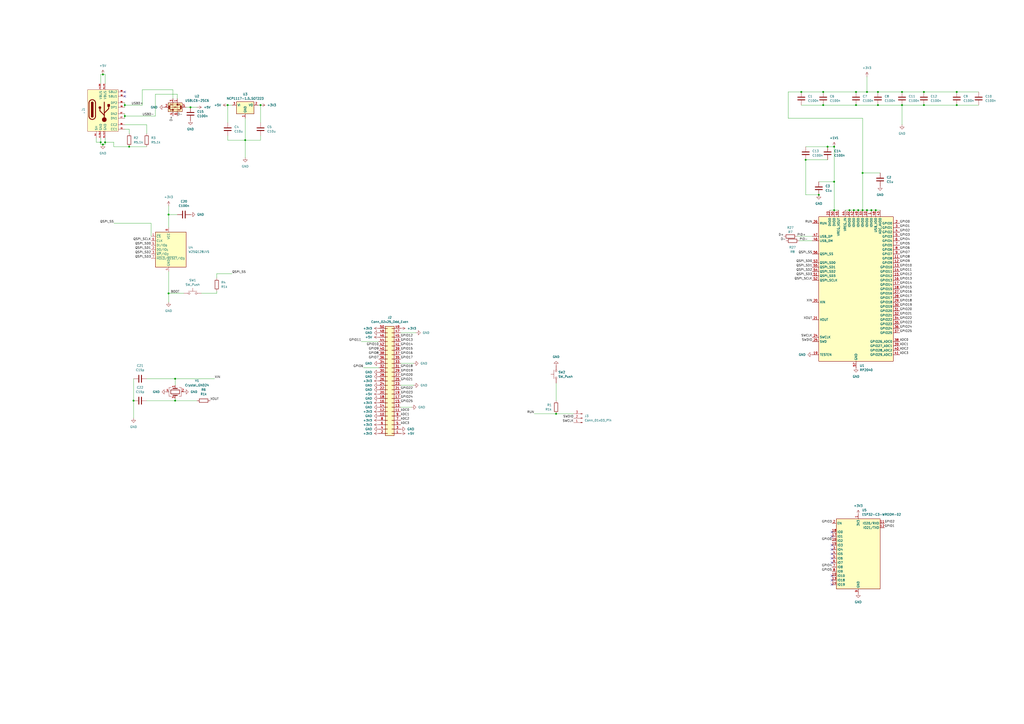
<source format=kicad_sch>
(kicad_sch (version 20250114) (generator "eeschema") (generator_version "9.0")
  (paper "A2")
  (lib_symbols
    (symbol "CUSTOM_MCU:RP2040"
      (property "Reference" "U" (at 17.78 45.72 0))
      (property "Value" "RP2040" (at 17.78 43.18 0))
      (symbol "RP2040_1_1"
        (pin input line (at -25.4 38.1 0) (length 3.81) (name "RUN") (number "26"))
        (pin bidirectional line (at -25.4 30.48 0) (length 3.81) (name "USB_DP") (number "47"))
        (pin bidirectional line (at -25.4 27.94 0) (length 3.81) (name "USB_DM") (number "46"))
        (pin bidirectional line (at -25.4 20.32 0) (length 3.81) (name "QSPI_SS") (number "56"))
        (pin bidirectional line (at -25.4 15.24 0) (length 3.81) (name "QSPI_SD0") (number "53"))
        (pin bidirectional line (at -25.4 12.7 0) (length 3.81) (name "QSPI_SD1") (number "55"))
        (pin bidirectional line (at -25.4 10.16 0) (length 3.81) (name "QSPI_SD2") (number "54"))
        (pin bidirectional line (at -25.4 7.62 0) (length 3.81) (name "QSPI_SD3") (number "51"))
        (pin output line (at -25.4 5.08 0) (length 3.81) (name "QSPI_SCLK") (number "52"))
        (pin input line (at -25.4 -7.62 0) (length 3.81) (name "XIN") (number "20"))
        (pin passive line (at -25.4 -17.78 0) (length 3.81) (name "XOUT") (number "21"))
        (pin input line (at -25.4 -27.94 0) (length 3.81) (name "SWCLK") (number "24"))
        (pin bidirectional line (at -25.4 -30.48 0) (length 3.81) (name "SWD") (number "25"))
        (pin input line (at -25.4 -38.1 0) (length 3.81) (name "TESTEN") (number "19"))
        (pin power_in line (at -15.24 45.72 270) (length 3.81) (name "DVDD") (number "23"))
        (pin power_in line (at -12.7 45.72 270) (length 3.81) (name "DVDD") (number "50"))
        (pin power_out line (at -10.16 45.72 270) (length 3.81) (name "VREG_VOUT") (number "45"))
        (pin power_in line (at -6.35 45.72 270) (length 3.81) (name "VREG_IN") (number "44"))
        (pin power_in line (at -3.81 45.72 270) (length 3.81) (name "IOVDD") (number "22"))
        (pin power_in line (at -1.27 45.72 270) (length 3.81) (name "IOVDD") (number "42"))
        (pin power_in line (at 0 -45.72 90) (length 3.81) (name "GND") (number "57"))
        (pin power_in line (at 1.27 45.72 270) (length 3.81) (name "IOVDD") (number "49"))
        (pin power_in line (at 3.81 45.72 270) (length 3.81) (name "IOVDD") (number "33"))
        (pin power_in line (at 6.35 45.72 270) (length 3.81) (name "IOVDD") (number "10"))
        (pin power_in line (at 8.89 45.72 270) (length 3.81) (name "IOVDD") (number "1"))
        (pin power_in line (at 11.43 45.72 270) (length 3.81) (name "USB_VDD") (number "48"))
        (pin power_in line (at 13.97 45.72 270) (length 3.81) (name "ADC_AVDD") (number "43"))
        (pin bidirectional line (at 25.4 38.1 180) (length 3.81) (name "GPIO0") (number "2"))
        (pin bidirectional line (at 25.4 35.56 180) (length 3.81) (name "GPIO1") (number "3"))
        (pin bidirectional line (at 25.4 33.02 180) (length 3.81) (name "GPIO2") (number "4"))
        (pin bidirectional line (at 25.4 30.48 180) (length 3.81) (name "GPIO3") (number "5"))
        (pin bidirectional line (at 25.4 27.94 180) (length 3.81) (name "GPIO4") (number "6"))
        (pin bidirectional line (at 25.4 25.4 180) (length 3.81) (name "GPIO5") (number "7"))
        (pin bidirectional line (at 25.4 22.86 180) (length 3.81) (name "GPIO6") (number "8"))
        (pin bidirectional line (at 25.4 20.32 180) (length 3.81) (name "GPIO7") (number "9"))
        (pin bidirectional line (at 25.4 17.78 180) (length 3.81) (name "GPIO8") (number "11"))
        (pin bidirectional line (at 25.4 15.24 180) (length 3.81) (name "GPIO9") (number "12"))
        (pin bidirectional line (at 25.4 12.7 180) (length 3.81) (name "GPIO10") (number "13"))
        (pin bidirectional line (at 25.4 10.16 180) (length 3.81) (name "GPIO11") (number "14"))
        (pin bidirectional line (at 25.4 7.62 180) (length 3.81) (name "GPIO12") (number "15"))
        (pin bidirectional line (at 25.4 5.08 180) (length 3.81) (name "GPIO13") (number "16"))
        (pin bidirectional line (at 25.4 2.54 180) (length 3.81) (name "GPIO14") (number "17"))
        (pin bidirectional line (at 25.4 0 180) (length 3.81) (name "GPIO15") (number "18"))
        (pin bidirectional line (at 25.4 -2.54 180) (length 3.81) (name "GPIO16") (number "27"))
        (pin bidirectional line (at 25.4 -5.08 180) (length 3.81) (name "GPIO17") (number "28"))
        (pin bidirectional line (at 25.4 -7.62 180) (length 3.81) (name "GPIO18") (number "29"))
        (pin bidirectional line (at 25.4 -10.16 180) (length 3.81) (name "GPIO19") (number "30"))
        (pin bidirectional line (at 25.4 -12.7 180) (length 3.81) (name "GPIO20") (number "31"))
        (pin bidirectional line (at 25.4 -15.24 180) (length 3.81) (name "GPIO21") (number "32"))
        (pin bidirectional line (at 25.4 -17.78 180) (length 3.81) (name "GPIO22") (number "34"))
        (pin bidirectional line (at 25.4 -20.32 180) (length 3.81) (name "GPIO23") (number "35"))
        (pin bidirectional line (at 25.4 -22.86 180) (length 3.81) (name "GPIO24") (number "36"))
        (pin bidirectional line (at 25.4 -25.4 180) (length 3.81) (name "GPIO25") (number "37"))
        (pin bidirectional line (at 25.4 -30.48 180) (length 3.81) (name "GPIO26_ADC0") (number "38"))
        (pin bidirectional line (at 25.4 -33.02 180) (length 3.81) (name "GPIO27_ADC1") (number "39"))
        (pin bidirectional line (at 25.4 -35.56 180) (length 3.81) (name "GPIO28_ADC2") (number "40"))
        (pin bidirectional line (at 25.4 -38.1 180) (length 3.81) (name "GPIO29_ADC3") (number "41"))
      )
    )
    (symbol "CUSTOM_USB:Korean_Hroparts_Elec_-_Type_C_31_M_12_-_16P_-_USB_2.0"
      (property "Reference" "J" (at 12.192 4.826 0))
      (symbol "Korean_Hroparts_Elec_-_Type_C_31_M_12_-_16P_-_USB_2.0_1_1"
        (pin input line (at -3.81 -20.32 90) (length 3.81) (name "SH") (number "SH"))
        (pin bidirectional line (at -1.27 11.43 270) (length 3.81) (name "VBUS") (number "A4/B9"))
        (pin bidirectional line (at -1.27 -20.32 90) (length 3.81) (name "GND") (number "A1/B12"))
        (pin bidirectional line (at 1.27 11.43 270) (length 3.81) (name "VBUS") (number "B4/A9"))
        (pin bidirectional line (at 1.27 -20.32 90) (length 3.81) (name "GND") (number "B1/A12"))
        (pin bidirectional line (at 12.7 6.35 180) (length 3.81) (name "SBU2") (number "B8"))
        (pin bidirectional line (at 12.7 3.81 180) (length 3.81) (name "SBU1") (number "A8"))
        (pin bidirectional line (at 12.7 0 180) (length 3.81) (name "DP2") (number "B6"))
        (pin bidirectional line (at 12.7 -2.54 180) (length 3.81) (name "DP1") (number "A6"))
        (pin bidirectional line (at 12.7 -6.35 180) (length 3.81) (name "DN2") (number "B7"))
        (pin bidirectional line (at 12.7 -8.89 180) (length 3.81) (name "DN1") (number "A7"))
        (pin bidirectional line (at 12.7 -12.7 180) (length 3.81) (name "CC2") (number "B5"))
        (pin bidirectional line (at 12.7 -15.24 180) (length 3.81) (name "CC1") (number "A5"))
      )
    )
    (symbol "Connector:Conn_01x03_Pin" (pin_names (offset 1.016) (hide yes))
      (property "Reference" "J" (at 0 5.08 0))
      (property "Value" "Conn_01x03_Pin" (at 0 -5.08 0))
      (symbol "Conn_01x03_Pin_1_1"
        (pin passive line (at 5.08 2.54 180) (length 3.81) (name "Pin_1") (number "1"))
        (pin passive line (at 5.08 0 180) (length 3.81) (name "Pin_2") (number "2"))
        (pin passive line (at 5.08 -2.54 180) (length 3.81) (name "Pin_3") (number "3"))
      )
    )
    (symbol "Connector_Generic:Conn_02x25_Odd_Even" (pin_names (offset 1.016) (hide yes))
      (property "Reference" "J" (at 1.27 33.02 0))
      (property "Value" "Conn_02x25_Odd_Even" (at 1.27 -33.02 0))
      (symbol "Conn_02x25_Odd_Even_1_1"
        (pin passive line (at -5.08 30.48 0) (length 3.81) (name "Pin_1") (number "1"))
        (pin passive line (at -5.08 27.94 0) (length 3.81) (name "Pin_3") (number "3"))
        (pin passive line (at -5.08 25.4 0) (length 3.81) (name "Pin_5") (number "5"))
        (pin passive line (at -5.08 22.86 0) (length 3.81) (name "Pin_7") (number "7"))
        (pin passive line (at -5.08 20.32 0) (length 3.81) (name "Pin_9") (number "9"))
        (pin passive line (at -5.08 17.78 0) (length 3.81) (name "Pin_11") (number "11"))
        (pin passive line (at -5.08 15.24 0) (length 3.81) (name "Pin_13") (number "13"))
        (pin passive line (at -5.08 12.7 0) (length 3.81) (name "Pin_15") (number "15"))
        (pin passive line (at -5.08 10.16 0) (length 3.81) (name "Pin_17") (number "17"))
        (pin passive line (at -5.08 7.62 0) (length 3.81) (name "Pin_19") (number "19"))
        (pin passive line (at -5.08 5.08 0) (length 3.81) (name "Pin_21") (number "21"))
        (pin passive line (at -5.08 2.54 0) (length 3.81) (name "Pin_23") (number "23"))
        (pin passive line (at -5.08 0 0) (length 3.81) (name "Pin_25") (number "25"))
        (pin passive line (at -5.08 -2.54 0) (length 3.81) (name "Pin_27") (number "27"))
        (pin passive line (at -5.08 -5.08 0) (length 3.81) (name "Pin_29") (number "29"))
        (pin passive line (at -5.08 -7.62 0) (length 3.81) (name "Pin_31") (number "31"))
        (pin passive line (at -5.08 -10.16 0) (length 3.81) (name "Pin_33") (number "33"))
        (pin passive line (at -5.08 -12.7 0) (length 3.81) (name "Pin_35") (number "35"))
        (pin passive line (at -5.08 -15.24 0) (length 3.81) (name "Pin_37") (number "37"))
        (pin passive line (at -5.08 -17.78 0) (length 3.81) (name "Pin_39") (number "39"))
        (pin passive line (at -5.08 -20.32 0) (length 3.81) (name "Pin_41") (number "41"))
        (pin passive line (at -5.08 -22.86 0) (length 3.81) (name "Pin_43") (number "43"))
        (pin passive line (at -5.08 -25.4 0) (length 3.81) (name "Pin_45") (number "45"))
        (pin passive line (at -5.08 -27.94 0) (length 3.81) (name "Pin_47") (number "47"))
        (pin passive line (at -5.08 -30.48 0) (length 3.81) (name "Pin_49") (number "49"))
        (pin passive line (at 7.62 30.48 180) (length 3.81) (name "Pin_2") (number "2"))
        (pin passive line (at 7.62 27.94 180) (length 3.81) (name "Pin_4") (number "4"))
        (pin passive line (at 7.62 25.4 180) (length 3.81) (name "Pin_6") (number "6"))
        (pin passive line (at 7.62 22.86 180) (length 3.81) (name "Pin_8") (number "8"))
        (pin passive line (at 7.62 20.32 180) (length 3.81) (name "Pin_10") (number "10"))
        (pin passive line (at 7.62 17.78 180) (length 3.81) (name "Pin_12") (number "12"))
        (pin passive line (at 7.62 15.24 180) (length 3.81) (name "Pin_14") (number "14"))
        (pin passive line (at 7.62 12.7 180) (length 3.81) (name "Pin_16") (number "16"))
        (pin passive line (at 7.62 10.16 180) (length 3.81) (name "Pin_18") (number "18"))
        (pin passive line (at 7.62 7.62 180) (length 3.81) (name "Pin_20") (number "20"))
        (pin passive line (at 7.62 5.08 180) (length 3.81) (name "Pin_22") (number "22"))
        (pin passive line (at 7.62 2.54 180) (length 3.81) (name "Pin_24") (number "24"))
        (pin passive line (at 7.62 0 180) (length 3.81) (name "Pin_26") (number "26"))
        (pin passive line (at 7.62 -2.54 180) (length 3.81) (name "Pin_28") (number "28"))
        (pin passive line (at 7.62 -5.08 180) (length 3.81) (name "Pin_30") (number "30"))
        (pin passive line (at 7.62 -7.62 180) (length 3.81) (name "Pin_32") (number "32"))
        (pin passive line (at 7.62 -10.16 180) (length 3.81) (name "Pin_34") (number "34"))
        (pin passive line (at 7.62 -12.7 180) (length 3.81) (name "Pin_36") (number "36"))
        (pin passive line (at 7.62 -15.24 180) (length 3.81) (name "Pin_38") (number "38"))
        (pin passive line (at 7.62 -17.78 180) (length 3.81) (name "Pin_40") (number "40"))
        (pin passive line (at 7.62 -20.32 180) (length 3.81) (name "Pin_42") (number "42"))
        (pin passive line (at 7.62 -22.86 180) (length 3.81) (name "Pin_44") (number "44"))
        (pin passive line (at 7.62 -25.4 180) (length 3.81) (name "Pin_46") (number "46"))
        (pin passive line (at 7.62 -27.94 180) (length 3.81) (name "Pin_48") (number "48"))
        (pin passive line (at 7.62 -30.48 180) (length 3.81) (name "Pin_50") (number "50"))
      )
    )
    (symbol "Device:C" (pin_numbers (hide yes)) (pin_names (offset 0.254))
      (property "Reference" "C" (at 0.635 2.54 0))
      (property "Value" "C" (at 0.635 -2.54 0))
      (symbol "C_1_1"
        (pin passive line (at 0 3.81 270) (length 2.794) (name "~") (number "1"))
        (pin passive line (at 0 -3.81 90) (length 2.794) (name "~") (number "2"))
      )
    )
    (symbol "Device:Crystal_GND24" (pin_names (offset 1.016) (hide yes))
      (property "Reference" "Y" (at 3.175 5.08 0))
      (property "Value" "Crystal_GND24" (at 3.175 3.175 0))
      (symbol "Crystal_GND24_1_1"
        (pin passive line (at -3.81 0 0) (length 1.27) (name "1") (number "1"))
        (pin passive line (at 0 5.08 270) (length 1.27) (name "2") (number "2"))
        (pin passive line (at 0 -5.08 90) (length 1.27) (name "4") (number "4"))
        (pin passive line (at 3.81 0 180) (length 1.27) (name "3") (number "3"))
      )
    )
    (symbol "Device:R" (pin_numbers (hide yes)) (pin_names (offset 0))
      (property "Reference" "R" (at 2.032 0 90))
      (property "Value" "R" (at 0 0 90))
      (symbol "R_1_1"
        (pin passive line (at 0 3.81 270) (length 1.27) (name "~") (number "1"))
        (pin passive line (at 0 -3.81 90) (length 1.27) (name "~") (number "2"))
      )
    )
    (symbol "Memory_Flash:W25Q128JVS"
      (property "Reference" "U" (at -6.35 11.43 0))
      (property "Value" "W25Q128JVS" (at 7.62 11.43 0))
      (symbol "W25Q128JVS_1_1"
        (pin input line (at -10.16 7.62 0) (length 2.54) (name "~{CS}") (number "1"))
        (pin input line (at -10.16 5.08 0) (length 2.54) (name "CLK") (number "6"))
        (pin bidirectional line (at -10.16 2.54 0) (length 2.54) (name "DI/IO_{0}") (number "5"))
        (pin bidirectional line (at -10.16 0 0) (length 2.54) (name "DO/IO_{1}") (number "2"))
        (pin bidirectional line (at -10.16 -2.54 0) (length 2.54) (name "~{WP}/IO_{2}") (number "3"))
        (pin bidirectional line (at -10.16 -5.08 0) (length 2.54) (name "~{HOLD}/~{RESET}/IO_{3}") (number "7"))
        (pin power_in line (at 0 12.7 270) (length 2.54) (name "VCC") (number "8"))
        (pin power_in line (at 0 -12.7 90) (length 2.54) (name "GND") (number "4"))
      )
    )
    (symbol "Power_Protection:USBLC6-2SC6" (pin_names (hide yes))
      (property "Reference" "U" (at 0.635 5.715 0))
      (property "Value" "USBLC6-2SC6" (at 0.635 3.81 0))
      (symbol "USBLC6-2SC6_1_1"
        (pin passive line (at -5.08 0 0) (length 2.54) (name "I/O1") (number "1"))
        (pin passive line (at -5.08 -2.54 0) (length 2.54) (name "I/O2") (number "3"))
        (pin passive line (at 0 5.08 270) (length 2.54) (name "VBUS") (number "5"))
        (pin passive line (at 0 -7.62 90) (length 2.54) (name "GND") (number "2"))
        (pin passive line (at 5.08 0 180) (length 2.54) (name "I/O1") (number "6"))
        (pin passive line (at 5.08 -2.54 180) (length 2.54) (name "I/O2") (number "4"))
      )
    )
    (symbol "RF_Module:ESP32-C3-WROOM-02"
      (property "Reference" "U" (at -12.192 21.336 0))
      (property "Value" "ESP32-C3-WROOM-02" (at 12.192 21.336 0))
      (symbol "ESP32-C3-WROOM-02_1_1"
        (pin input line (at -15.24 17.78 0) (length 2.54) (name "EN") (number "2"))
        (pin bidirectional line (at -15.24 12.7 0) (length 2.54) (name "IO0") (number "18"))
        (pin bidirectional line (at -15.24 10.16 0) (length 2.54) (name "IO1") (number "17"))
        (pin bidirectional line (at -15.24 7.62 0) (length 2.54) (name "IO2") (number "16"))
        (pin bidirectional line (at -15.24 5.08 0) (length 2.54) (name "IO3") (number "15"))
        (pin bidirectional line (at -15.24 2.54 0) (length 2.54) (name "IO4") (number "3"))
        (pin bidirectional line (at -15.24 0 0) (length 2.54) (name "IO5") (number "4"))
        (pin bidirectional line (at -15.24 -2.54 0) (length 2.54) (name "IO6") (number "5"))
        (pin bidirectional line (at -15.24 -5.08 0) (length 2.54) (name "IO7") (number "6"))
        (pin bidirectional line (at -15.24 -7.62 0) (length 2.54) (name "IO8") (number "7"))
        (pin bidirectional line (at -15.24 -10.16 0) (length 2.54) (name "IO9") (number "8"))
        (pin bidirectional line (at -15.24 -12.7 0) (length 2.54) (name "IO10") (number "10"))
        (pin bidirectional line (at -15.24 -15.24 0) (length 2.54) (name "IO18") (number "13"))
        (pin bidirectional line (at -15.24 -17.78 0) (length 2.54) (name "IO19") (number "14"))
        (pin power_in line (at 0 22.86 270) (length 2.54) (name "3V3") (number "1"))
        (pin passive line (at 0 -22.86 90) (length 2.54) (hide yes) (name "GND") (number "19"))
        (pin power_in line (at 0 -22.86 90) (length 2.54) (name "GND") (number "9"))
        (pin bidirectional line (at 15.24 17.78 180) (length 2.54) (name "IO20/RXD") (number "11"))
        (pin bidirectional line (at 15.24 15.24 180) (length 2.54) (name "IO21/TXD") (number "12"))
      )
    )
    (symbol "Regulator_Linear:NCP1117-1.5_SOT223"
      (property "Reference" "U" (at -3.81 3.175 0))
      (property "Value" "NCP1117-1.5_SOT223" (at 0 3.175 0))
      (symbol "NCP1117-1.5_SOT223_1_1"
        (pin power_in line (at -7.62 0 0) (length 2.54) (name "VI") (number "3"))
        (pin power_in line (at 0 -7.62 90) (length 2.54) (name "GND") (number "1"))
        (pin power_out line (at 7.62 0 180) (length 2.54) (name "VO") (number "2"))
      )
    )
    (symbol "Switch:SW_Push" (pin_numbers (hide yes)) (pin_names (offset 1.016) (hide yes))
      (property "Reference" "SW" (at 1.27 2.54 0))
      (property "Value" "SW_Push" (at 0 -1.524 0))
      (symbol "SW_Push_0_1"
        (pin passive line (at -5.08 0 0) (length 2.54) (name "1") (number "1"))
        (pin passive line (at 5.08 0 180) (length 2.54) (name "2") (number "2"))
      )
    )
    (symbol "power:+1V1" (power) (pin_numbers (hide yes)) (pin_names (offset 0) (hide yes))
      (property "Value" "+1V1" (at 0 3.556 0))
      (symbol "+1V1_1_1"
        (pin power_in line (at 0 0 90) (length 0) (name "~") (number "1"))
      )
    )
    (symbol "power:+3V3" (power) (pin_numbers (hide yes)) (pin_names (offset 0) (hide yes))
      (property "Value" "+3V3" (at 0 3.556 0))
      (symbol "+3V3_1_1"
        (pin power_in line (at 0 0 90) (length 0) (name "~") (number "1"))
      )
    )
    (symbol "power:+5V" (power) (pin_numbers (hide yes)) (pin_names (offset 0) (hide yes))
      (property "Value" "+5V" (at 0 3.556 0))
      (symbol "+5V_1_1"
        (pin power_in line (at 0 0 90) (length 0) (name "~") (number "1"))
      )
    )
    (symbol "power:GND" (power) (pin_numbers (hide yes)) (pin_names (offset 0) (hide yes))
      (property "Value" "GND" (at 0 -3.81 0))
      (symbol "GND_1_1"
        (pin power_in line (at 0 0 270) (length 0) (name "~") (number "1"))
      )
    )
  )
  (junction (at 492.76 121.92))
  (junction (at 60.96 82.55))
  (junction (at 535.94 60.96))
  (junction (at 535.94 53.34))
  (junction (at 509.27 53.34))
  (junction (at 495.3 121.92))
  (junction (at 72.39 60.96))
  (junction (at 77.47 232.41))
  (junction (at 554.99 60.96))
  (junction (at 477.52 53.34))
  (junction (at 132.08 60.96))
  (junction (at 496.57 53.34))
  (junction (at 59.69 43.18))
  (junction (at 97.79 170.18))
  (junction (at 554.99 53.34))
  (junction (at 523.24 60.96))
  (junction (at 500.38 121.92))
  (junction (at 508 121.92))
  (junction (at 74.93 85.09))
  (junction (at 101.6 232.41))
  (junction (at 467.36 92.71))
  (junction (at 477.52 60.96))
  (junction (at 502.92 121.92))
  (junction (at 464.82 53.34))
  (junction (at 101.6 219.71))
  (junction (at 483.87 105.41))
  (junction (at 474.98 113.03))
  (junction (at 59.69 83.82))
  (junction (at 142.24 81.28))
  (junction (at 523.24 53.34))
  (junction (at 480.06 85.09))
  (junction (at 509.27 60.96))
  (junction (at 58.42 82.55))
  (junction (at 322.58 240.03))
  (junction (at 151.13 60.96))
  (junction (at 500.38 100.33))
  (junction (at 97.79 124.46))
  (junction (at 496.57 60.96))
  (junction (at 497.84 121.92))
  (junction (at 505.46 121.92))
  (junction (at 72.39 67.31))
  (junction (at 502.92 53.34))
  (junction (at 483.87 85.09))
  (junction (at 110.49 62.23))
  (junction (at 483.87 121.92))
  (no_connect (at 482.6 336.55))
  (no_connect (at 482.6 308.61))
  (no_connect (at 482.6 326.39))
  (no_connect (at 482.6 323.85))
  (no_connect (at 482.6 334.01))
  (no_connect (at 482.6 339.09))
  (no_connect (at 482.6 311.15))
  (no_connect (at 482.6 321.31))
  (no_connect (at 72.39 53.34))
  (no_connect (at 72.39 55.88))
  (no_connect (at 482.6 318.77))
  (no_connect (at 482.6 316.23))
  (wire (pts (xy 481.33 121.92) (xy 483.87 121.92)))
  (wire (pts (xy 72.39 59.69) (xy 72.39 60.96)))
  (wire (pts (xy 500.38 121.92) (xy 500.38 100.33)))
  (wire (pts (xy 82.55 52.07) (xy 100.33 52.07)))
  (wire (pts (xy 502.92 44.45) (xy 502.92 53.34)))
  (wire (pts (xy 90.17 54.61) (xy 90.17 67.31)))
  (wire (pts (xy 464.82 53.34) (xy 477.52 53.34)))
  (wire (pts (xy 60.96 83.82) (xy 59.69 83.82)))
  (wire (pts (xy 55.88 82.55) (xy 58.42 82.55)))
  (wire (pts (xy 509.27 60.96) (xy 523.24 60.96)))
  (wire (pts (xy 66.04 85.09) (xy 66.04 82.55)))
  (wire (pts (xy 483.87 121.92) (xy 486.41 121.92)))
  (wire (pts (xy 101.6 232.41) (xy 114.3 232.41)))
  (wire (pts (xy 151.13 78.74) (xy 151.13 81.28)))
  (wire (pts (xy 508 121.92) (xy 510.54 121.92)))
  (wire (pts (xy 97.79 175.26) (xy 97.79 170.18)))
  (wire (pts (xy 500.38 100.33) (xy 500.38 68.58)))
  (wire (pts (xy 554.99 53.34) (xy 567.69 53.34)))
  (wire (pts (xy 58.42 83.82) (xy 59.69 83.82)))
  (wire (pts (xy 85.09 232.41) (xy 101.6 232.41)))
  (wire (pts (xy 101.6 231.14) (xy 101.6 232.41)))
  (wire (pts (xy 497.84 121.92) (xy 500.38 121.92)))
  (wire (pts (xy 477.52 60.96) (xy 496.57 60.96)))
  (wire (pts (xy 210.82 213.36) (xy 219.71 213.36)))
  (wire (pts (xy 483.87 85.09) (xy 480.06 85.09)))
  (wire (pts (xy 66.04 82.55) (xy 60.96 82.55)))
  (wire (pts (xy 72.39 67.31) (xy 72.39 68.58)))
  (wire (pts (xy 467.36 85.09) (xy 480.06 85.09)))
  (wire (pts (xy 464.82 60.96) (xy 477.52 60.96)))
  (wire (pts (xy 77.47 219.71) (xy 77.47 232.41)))
  (wire (pts (xy 72.39 74.93) (xy 74.93 74.93)))
  (wire (pts (xy 483.87 105.41) (xy 483.87 85.09)))
  (wire (pts (xy 85.09 72.39) (xy 85.09 77.47)))
  (wire (pts (xy 72.39 67.31) (xy 90.17 67.31)))
  (wire (pts (xy 322.58 232.41) (xy 322.58 222.25)))
  (wire (pts (xy 72.39 60.96) (xy 72.39 62.23)))
  (wire (pts (xy 495.3 121.92) (xy 497.84 121.92)))
  (wire (pts (xy 309.88 240.03) (xy 322.58 240.03)))
  (wire (pts (xy 85.09 219.71) (xy 101.6 219.71)))
  (wire (pts (xy 74.93 74.93) (xy 74.93 77.47)))
  (wire (pts (xy 60.96 43.18) (xy 60.96 48.26)))
  (wire (pts (xy 101.6 219.71) (xy 124.46 219.71)))
  (wire (pts (xy 471.17 139.7) (xy 463.55 139.7)))
  (wire (pts (xy 102.87 54.61) (xy 102.87 57.15)))
  (wire (pts (xy 554.99 53.34) (xy 535.94 53.34)))
  (wire (pts (xy 232.41 193.04) (xy 241.3 193.04)))
  (wire (pts (xy 132.08 81.28) (xy 142.24 81.28)))
  (wire (pts (xy 490.22 121.92) (xy 492.76 121.92)))
  (wire (pts (xy 492.76 121.92) (xy 495.3 121.92)))
  (wire (pts (xy 132.08 78.74) (xy 132.08 81.28)))
  (wire (pts (xy 101.6 219.71) (xy 101.6 223.52)))
  (wire (pts (xy 467.36 92.71) (xy 480.06 92.71)))
  (wire (pts (xy 125.73 158.75) (xy 134.62 158.75)))
  (wire (pts (xy 132.08 71.12) (xy 132.08 60.96)))
  (wire (pts (xy 125.73 161.29) (xy 125.73 158.75)))
  (wire (pts (xy 483.87 105.41) (xy 474.98 105.41)))
  (wire (pts (xy 500.38 121.92) (xy 502.92 121.92)))
  (wire (pts (xy 60.96 82.55) (xy 60.96 83.82)))
  (wire (pts (xy 100.33 52.07) (xy 100.33 57.15)))
  (wire (pts (xy 483.87 121.92) (xy 483.87 105.41)))
  (wire (pts (xy 209.55 198.12) (xy 219.71 198.12)))
  (wire (pts (xy 87.63 137.16) (xy 87.63 129.54)))
  (wire (pts (xy 142.24 81.28) (xy 142.24 68.58)))
  (wire (pts (xy 500.38 100.33) (xy 510.54 100.33)))
  (wire (pts (xy 58.42 82.55) (xy 58.42 83.82)))
  (wire (pts (xy 149.86 60.96) (xy 151.13 60.96)))
  (wire (pts (xy 496.57 53.34) (xy 477.52 53.34)))
  (wire (pts (xy 496.57 53.34) (xy 502.92 53.34)))
  (wire (pts (xy 505.46 121.92) (xy 508 121.92)))
  (wire (pts (xy 60.96 80.01) (xy 60.96 82.55)))
  (wire (pts (xy 232.41 223.52) (xy 240.03 223.52)))
  (wire (pts (xy 97.79 170.18) (xy 106.68 170.18)))
  (wire (pts (xy 467.36 92.71) (xy 467.36 113.03)))
  (wire (pts (xy 97.79 170.18) (xy 97.79 157.48)))
  (wire (pts (xy 97.79 124.46) (xy 102.87 124.46)))
  (wire (pts (xy 110.49 62.23) (xy 114.3 62.23)))
  (wire (pts (xy 151.13 81.28) (xy 142.24 81.28)))
  (wire (pts (xy 509.27 53.34) (xy 523.24 53.34)))
  (wire (pts (xy 457.2 68.58) (xy 457.2 53.34)))
  (wire (pts (xy 232.41 210.82) (xy 240.03 210.82)))
  (wire (pts (xy 500.38 68.58) (xy 457.2 68.58)))
  (wire (pts (xy 58.42 43.18) (xy 59.69 43.18)))
  (wire (pts (xy 90.17 54.61) (xy 102.87 54.61)))
  (wire (pts (xy 77.47 232.41) (xy 77.47 242.57)))
  (wire (pts (xy 72.39 60.96) (xy 82.55 60.96)))
  (wire (pts (xy 97.79 119.38) (xy 97.79 124.46)))
  (wire (pts (xy 97.79 124.46) (xy 97.79 132.08)))
  (wire (pts (xy 66.04 129.54) (xy 87.63 129.54)))
  (wire (pts (xy 125.73 168.91) (xy 125.73 170.18)))
  (wire (pts (xy 523.24 60.96) (xy 523.24 72.39)))
  (wire (pts (xy 82.55 60.96) (xy 82.55 52.07)))
  (wire (pts (xy 72.39 72.39) (xy 85.09 72.39)))
  (wire (pts (xy 502.92 121.92) (xy 505.46 121.92)))
  (wire (pts (xy 72.39 66.04) (xy 72.39 67.31)))
  (wire (pts (xy 132.08 60.96) (xy 134.62 60.96)))
  (wire (pts (xy 535.94 60.96) (xy 554.99 60.96)))
  (wire (pts (xy 55.88 80.01) (xy 55.88 82.55)))
  (wire (pts (xy 59.69 43.18) (xy 60.96 43.18)))
  (wire (pts (xy 554.99 60.96) (xy 567.69 60.96)))
  (wire (pts (xy 142.24 91.44) (xy 142.24 81.28)))
  (wire (pts (xy 457.2 53.34) (xy 464.82 53.34)))
  (wire (pts (xy 496.57 60.96) (xy 509.27 60.96)))
  (wire (pts (xy 58.42 80.01) (xy 58.42 82.55)))
  (wire (pts (xy 58.42 48.26) (xy 58.42 43.18)))
  (wire (pts (xy 523.24 60.96) (xy 535.94 60.96)))
  (wire (pts (xy 238.76 236.22) (xy 232.41 236.22)))
  (wire (pts (xy 467.36 113.03) (xy 474.98 113.03)))
  (wire (pts (xy 471.17 137.16) (xy 462.28 137.16)))
  (wire (pts (xy 107.95 62.23) (xy 110.49 62.23)))
  (wire (pts (xy 125.73 170.18) (xy 116.84 170.18)))
  (wire (pts (xy 502.92 53.34) (xy 509.27 53.34)))
  (wire (pts (xy 151.13 60.96) (xy 151.13 71.12)))
  (wire (pts (xy 322.58 240.03) (xy 332.74 240.03)))
  (wire (pts (xy 74.93 85.09) (xy 66.04 85.09)))
  (wire (pts (xy 523.24 53.34) (xy 535.94 53.34)))
  (wire (pts (xy 74.93 85.09) (xy 85.09 85.09)))
  (label "GPIO13" (at 521.97 162.56 0))
  (label "GPIO17" (at 521.97 172.72 0))
  (label "GPIO10" (at 219.71 200.66 180))
  (label "GPIO19" (at 232.41 215.9 0))
  (label "GPIO0" (at 482.6 313.69 180))
  (label "ADC3" (at 521.97 205.74 0))
  (label "GPIO15" (at 232.41 203.2 0))
  (label "RUN" (at 309.88 240.03 180))
  (label "GPIO1" (at 521.97 132.08 0))
  (label "GPIO6" (at 521.97 144.78 0))
  (label "GPIO22" (at 232.41 226.06 0))
  (label "ADC2" (at 232.41 243.84 0))
  (label "GPIO13" (at 232.41 198.12 0))
  (label "GPIO4" (at 521.97 139.7 0))
  (label "ADC1" (at 232.41 241.3 0))
  (label "GPIO10" (at 521.97 154.94 0))
  (label "SWCLK" (at 332.74 245.11 180))
  (label "D-" (at 102.87 67.31 0))
  (label "GPIO23" (at 232.41 228.6 0))
  (label "GPIO8" (at 521.97 149.86 0))
  (label "GPIO9" (at 521.97 152.4 0))
  (label "GPIO7" (at 219.71 208.28 180))
  (label "GPIO22" (at 521.97 185.42 0))
  (label "XIN" (at 471.17 175.26 180))
  (label "GPIO11" (at 521.97 157.48 0))
  (label "PID-" (at 468.63 139.7 180))
  (label "QSPI_SCLK" (at 471.17 162.56 180))
  (label "GPIO24" (at 232.41 231.14 0))
  (label "ADC1" (at 521.97 200.66 0))
  (label "GPIO12" (at 521.97 160.02 0))
  (label "GPIO14" (at 521.97 165.1 0))
  (label "QSPI_SS" (at 471.17 147.32 180))
  (label "QSPI_SS" (at 66.04 129.54 180))
  (label "GPIO3" (at 482.6 303.53 180))
  (label "D+" (at 100.33 67.31 270))
  (label "SWDIO" (at 332.74 242.57 180))
  (label "GPIO3" (at 521.97 137.16 0))
  (label "XOUT" (at 121.92 232.41 0))
  (label "GPIO20" (at 232.41 218.44 0))
  (label "QSPI_SD3" (at 471.17 160.02 180))
  (label "QSPI_SD0" (at 87.63 142.24 180))
  (label "QSPI_SD3" (at 87.63 149.86 180))
  (label "USBD+" (at 76.2 60.96 0))
  (label "PID+" (at 467.36 137.16 180))
  (label "GPIO8" (at 219.71 205.74 180))
  (label "GPIO16" (at 232.41 205.74 0))
  (label "XIN" (at 124.46 219.71 0))
  (label "SWCLK" (at 471.17 195.58 180))
  (label "GPIO4" (at 482.6 328.93 180))
  (label "GPIO21" (at 521.97 182.88 0))
  (label "GPIO15" (at 521.97 167.64 0))
  (label "QSPI_SD1" (at 87.63 144.78 180))
  (label "GPIO6" (at 210.82 213.36 180))
  (label "QSPI_SD1" (at 471.17 154.94 180))
  (label "GPIO25" (at 521.97 193.04 0))
  (label "GPIO9" (at 219.71 203.2 180))
  (label "GPIO2" (at 513.08 303.53 0))
  (label "QSPI_SD2" (at 471.17 157.48 180))
  (label "GPIO21" (at 232.41 220.98 0))
  (label "GPIO2" (at 521.97 134.62 0))
  (label "RUN" (at 471.17 129.54 180))
  (label "GPIO23" (at 521.97 187.96 0))
  (label "ADC2" (at 521.97 203.2 0))
  (label "GPIO11" (at 209.55 198.12 180))
  (label "GPIO16" (at 521.97 170.18 0))
  (label "GPIO0" (at 521.97 129.54 0))
  (label "GPIO18" (at 232.41 213.36 0))
  (label "BOOT" (at 104.14 170.18 180))
  (label "GPIO12" (at 232.41 195.58 0))
  (label "GPIO25" (at 232.41 233.68 0))
  (label "GPIO19" (at 521.97 177.8 0))
  (label "D+" (at 454.66 137.16 180))
  (label "ADC0" (at 232.41 238.76 0))
  (label "GPIO1" (at 513.08 306.07 0))
  (label "GPIO18" (at 521.97 175.26 0))
  (label "GPIO5" (at 482.6 331.47 180))
  (label "GPIO24" (at 521.97 190.5 0))
  (label "XOUT" (at 471.17 185.42 180))
  (label "ADC3" (at 232.41 246.38 0))
  (label "D-" (at 455.93 139.7 180))
  (label "GPIO20" (at 521.97 180.34 0))
  (label "USBD-" (at 82.55 67.31 0))
  (label "QSPI_SD2" (at 87.63 147.32 180))
  (label "GPIO14" (at 232.41 200.66 0))
  (label "GPIO5" (at 521.97 142.24 0))
  (label "QSPI_SCLK" (at 87.63 139.7 180))
  (label "ADC0" (at 521.97 198.12 0))
  (label "QSPI_SS" (at 134.62 158.75 0))
  (label "SWDIO" (at 471.17 198.12 180))
  (label "GPIO17" (at 232.41 208.28 0))
  (label "QSPI_SD0" (at 471.17 152.4 180))
  (label "GPIO7" (at 521.97 147.32 0))
  (symbol (lib_id "Device:C") (at 132.08 74.93 0) (unit 1)
    (property "Reference" "C4" (at 135.89 73.6599 0) (effects (justify left)))
    (property "Value" "C10u" (at 135.89 76.1999 0) (effects (justify left)))
    (property "Footprint" "Capacitor_SMD:C_0402_1005Metric" (effects (hide yes)))
    (property "Description" "Unpolarized capacitor" (effects (hide yes)))
  )
  (symbol (lib_id "power:GND") (at 219.71 248.92 270) (unit 1)
    (property "Reference" "#PWR023" (effects (hide yes)))
    (property "Value" "GND" (at 215.9 248.9199 90) (effects (justify right)))
    (property "Description" "Power symbol creates a global label with name \"GND\" , ground" (effects (hide yes)))
  )
  (symbol (lib_id "power:+3V3") (at 219.71 233.68 90) (unit 1)
    (property "Reference" "#PWR046" (effects (hide yes)))
    (property "Value" "+3V3" (at 215.9 233.6799 90) (effects (justify left)))
    (property "Description" "Power symbol creates a global label with name \"+3V3\"" (effects (hide yes)))
  )
  (symbol (lib_id "power:+3V3") (at 219.71 190.5 90) (unit 1)
    (property "Reference" "#PWR034" (effects (hide yes)))
    (property "Value" "+3V3" (at 215.9 190.4999 90) (effects (justify left)))
    (property "Description" "Power symbol creates a global label with name \"+3V3\"" (effects (hide yes)))
  )
  (symbol (lib_id "power:GND") (at 471.17 205.74 270) (unit 1)
    (property "Reference" "#PWR01" (effects (hide yes)))
    (property "Value" "GND" (at 467.36 205.7399 90) (effects (justify right)))
    (property "Description" "Power symbol creates a global label with name \"GND\" , ground" (effects (hide yes)))
  )
  (symbol (lib_id "power:+5V") (at 219.71 228.6 90) (unit 1)
    (property "Reference" "#PWR048" (effects (hide yes)))
    (property "Value" "+5V" (at 215.9 228.5999 90) (effects (justify left)))
    (property "Description" "Power symbol creates a global label with name \"+5V\"" (effects (hide yes)))
  )
  (symbol (lib_id "power:GND") (at 219.71 241.3 270) (unit 1)
    (property "Reference" "#PWR040" (effects (hide yes)))
    (property "Value" "GND" (at 215.9 241.2999 90) (effects (justify right)))
    (property "Description" "Power symbol creates a global label with name \"GND\" , ground" (effects (hide yes)))
  )
  (symbol (lib_id "power:+3V3") (at 151.13 60.96 270) (unit 1)
    (property "Reference" "#PWR09" (effects (hide yes)))
    (property "Value" "+3V3" (at 154.94 60.9599 90) (effects (justify left)))
    (property "Description" "Power symbol creates a global label with name \"+3V3\"" (effects (hide yes)))
  )
  (symbol (lib_id "power:GND") (at 496.57 213.36 0) (unit 1)
    (property "Reference" "#PWR037" (effects (hide yes)))
    (property "Value" "GND" (at 496.57 218.44 0))
    (property "Description" "Power symbol creates a global label with name \"GND\" , ground" (effects (hide yes)))
  )
  (symbol (lib_id "Device:C") (at 151.13 74.93 0) (unit 1)
    (property "Reference" "C5" (at 154.94 73.6599 0) (effects (justify left)))
    (property "Value" "C10u" (at 154.94 76.1999 0) (effects (justify left)))
    (property "Footprint" "Capacitor_SMD:C_0402_1005Metric" (effects (hide yes)))
    (property "Description" "Unpolarized capacitor" (effects (hide yes)))
  )
  (symbol (lib_id "Connector_Generic:Conn_02x25_Odd_Even") (at 227.33 220.98 180) (unit 1)
    (property "Reference" "J2" (at 226.06 184.15 0))
    (property "Value" "Conn_02x25_Odd_Even" (at 226.06 186.69 0))
    (property "Footprint" "Connector_PinHeader_1.00mm:PinHeader_2x25_P1.00mm_Vertical" (effects (hide yes)))
    (property "Description" "Generic connector, double row, 02x25, odd/even pin numbering scheme (row 1 odd numbers, row 2 even numbers), script generated (kicad-library-utils/schlib/autogen/connector/)" (effects (hide yes)))
  )
  (symbol (lib_id "Device:C") (at 480.06 88.9 0) (unit 1)
    (property "Reference" "C14" (at 483.87 87.6299 0) (effects (justify left)))
    (property "Value" "C100n" (at 483.87 90.1699 0) (effects (justify left)))
    (property "Footprint" "Capacitor_SMD:C_0402_1005Metric" (effects (hide yes)))
    (property "Description" "Unpolarized capacitor" (effects (hide yes)))
  )
  (symbol (lib_id "power:+1V1") (at 483.87 85.09 0) (unit 1)
    (property "Reference" "#PWR03" (effects (hide yes)))
    (property "Value" "+1V1" (at 483.87 80.01 0))
    (property "Description" "Power symbol creates a global label with name \"+1V1\"" (effects (hide yes)))
  )
  (symbol (lib_id "Device:C") (at 510.54 104.14 0) (unit 1)
    (property "Reference" "C2" (at 514.35 102.8699 0) (effects (justify left)))
    (property "Value" "C1u" (at 514.35 105.4099 0) (effects (justify left)))
    (property "Footprint" "Capacitor_SMD:C_0402_1005Metric" (effects (hide yes)))
    (property "Description" "Unpolarized capacitor" (effects (hide yes)))
  )
  (symbol (lib_id "power:GND") (at 241.3 193.04 90) (unit 1)
    (property "Reference" "#PWR032" (effects (hide yes)))
    (property "Value" "GND" (at 245.11 193.0399 90) (effects (justify right)))
    (property "Description" "Power symbol creates a global label with name \"GND\" , ground" (effects (hide yes)))
  )
  (symbol (lib_id "Device:Crystal_GND24") (at 101.6 227.33 270) (unit 1)
    (property "Reference" "Y1" (at 114.3 220.9098 90))
    (property "Value" "Crystal_GND24" (at 114.3 223.4498 90))
    (property "Footprint" "Crystal:Crystal_SMD_3225-4Pin_3.2x2.5mm" (effects (hide yes)))
    (property "Description" "Four pin crystal, GND on pins 2 and 4" (effects (hide yes)))
  )
  (symbol (lib_id "power:GND") (at 219.71 226.06 270) (unit 1)
    (property "Reference" "#PWR043" (effects (hide yes)))
    (property "Value" "GND" (at 215.9 226.0599 90) (effects (justify right)))
    (property "Description" "Power symbol creates a global label with name \"GND\" , ground" (effects (hide yes)))
  )
  (symbol (lib_id "Device:C") (at 467.36 88.9 0) (unit 1)
    (property "Reference" "C13" (at 471.17 87.6299 0) (effects (justify left)))
    (property "Value" "C100n" (at 471.17 90.1699 0) (effects (justify left)))
    (property "Footprint" "Capacitor_SMD:C_0402_1005Metric" (effects (hide yes)))
    (property "Description" "Unpolarized capacitor" (effects (hide yes)))
  )
  (symbol (lib_id "Device:C") (at 106.68 124.46 90) (unit 1)
    (property "Reference" "C20" (at 106.68 116.84 90))
    (property "Value" "C100n" (at 106.68 119.38 90))
    (property "Footprint" "Capacitor_SMD:C_0402_1005Metric" (effects (hide yes)))
    (property "Description" "Unpolarized capacitor" (effects (hide yes)))
  )
  (symbol (lib_id "power:GND") (at 110.49 69.85 0) (unit 1)
    (property "Reference" "#PWR013" (effects (hide yes)))
    (property "Value" "GND" (at 110.49 74.93 0))
    (property "Description" "Power symbol creates a global label with name \"GND\" , ground" (effects (hide yes)))
  )
  (symbol (lib_id "CUSTOM_MCU:RP2040") (at 496.57 167.64 0) (unit 1)
    (property "Reference" "U1" (at 498.7133 212.09 0) (effects (justify left)))
    (property "Value" "RP2040" (at 498.7133 214.63 0) (effects (justify left)))
    (property "Footprint" "Package_DFN_QFN:QFN-56-1EP_7x7mm_P0.4mm_EP3.2x3.2mm" (effects (hide yes)))
    (property "Datasheet" "https://datasheets.raspberrypi.com/rp2040/rp2040-datasheet.pdf" (effects (hide yes)))
    (property "Description" "A microcontroller by Raspberry Pi" (effects (hide yes)))
  )
  (symbol (lib_id "power:GND") (at 322.58 212.09 180) (unit 1)
    (property "Reference" "#PWR038" (effects (hide yes)))
    (property "Value" "GND" (at 322.58 207.01 0))
    (property "Description" "Power symbol creates a global label with name \"GND\" , ground" (effects (hide yes)))
  )
  (symbol (lib_id "Switch:SW_Push") (at 111.76 170.18 0) (unit 1)
    (property "Reference" "SW1" (at 111.76 162.56 0))
    (property "Value" "SW_Push" (at 111.76 165.1 0))
    (property "Footprint" "Button_Switch_THT:SW_PUSH_6mm" (effects (hide yes)))
    (property "Description" "Push button switch, generic, two pins" (effects (hide yes)))
  )
  (symbol (lib_id "Device:C") (at 110.49 66.04 0) (unit 1)
    (property "Reference" "C15" (at 114.3 64.7699 0) (effects (justify left)))
    (property "Value" "C100n" (at 114.3 67.3099 0) (effects (justify left)))
    (property "Footprint" "Capacitor_SMD:C_0402_1005Metric" (effects (hide yes)))
    (property "Description" "Unpolarized capacitor" (effects (hide yes)))
  )
  (symbol (lib_id "power:GND") (at 219.71 236.22 270) (unit 1)
    (property "Reference" "#PWR026" (effects (hide yes)))
    (property "Value" "GND" (at 215.9 236.2199 90) (effects (justify right)))
    (property "Description" "Power symbol creates a global label with name \"GND\" , ground" (effects (hide yes)))
  )
  (symbol (lib_id "Device:C") (at 523.24 57.15 0) (unit 1)
    (property "Reference" "C11" (at 527.05 55.8799 0) (effects (justify left)))
    (property "Value" "C100n" (at 527.05 58.4199 0) (effects (justify left)))
    (property "Footprint" "Capacitor_SMD:C_0402_1005Metric" (effects (hide yes)))
    (property "Description" "Unpolarized capacitor" (effects (hide yes)))
  )
  (symbol (lib_id "power:GND") (at 219.71 223.52 270) (unit 1)
    (property "Reference" "#PWR029" (effects (hide yes)))
    (property "Value" "GND" (at 215.9 223.5199 90) (effects (justify right)))
    (property "Description" "Power symbol creates a global label with name \"GND\" , ground" (effects (hide yes)))
  )
  (symbol (lib_id "Device:C") (at 81.28 219.71 90) (unit 1)
    (property "Reference" "C21" (at 81.28 212.09 90))
    (property "Value" "C15p" (at 81.28 214.63 90))
    (property "Footprint" "Capacitor_SMD:C_0402_1005Metric" (effects (hide yes)))
    (property "Description" "Unpolarized capacitor" (effects (hide yes)))
  )
  (symbol (lib_id "power:GND") (at 240.03 223.52 90) (unit 1)
    (property "Reference" "#PWR028" (effects (hide yes)))
    (property "Value" "GND" (at 243.84 223.5199 90) (effects (justify right)))
    (property "Description" "Power symbol creates a global label with name \"GND\" , ground" (effects (hide yes)))
  )
  (symbol (lib_id "Device:R") (at 85.09 81.28 180) (unit 1)
    (property "Reference" "R3" (at 87.63 80.0099 0) (effects (justify right)))
    (property "Value" "R5.1k" (at 87.63 82.5499 0) (effects (justify right)))
    (property "Footprint" "Resistor_SMD:R_0402_1005Metric" (effects (hide yes)))
    (property "Description" "Resistor" (effects (hide yes)))
  )
  (symbol (lib_id "power:GND") (at 474.98 113.03 0) (unit 1)
    (property "Reference" "#PWR02" (effects (hide yes)))
    (property "Value" "GND" (at 474.98 118.11 0))
    (property "Description" "Power symbol creates a global label with name \"GND\" , ground" (effects (hide yes)))
  )
  (symbol (lib_id "power:+5V") (at 132.08 60.96 90) (unit 1)
    (property "Reference" "#PWR010" (effects (hide yes)))
    (property "Value" "+5V" (at 128.27 60.9599 90) (effects (justify left)))
    (property "Description" "Power symbol creates a global label with name \"+5V\"" (effects (hide yes)))
  )
  (symbol (lib_id "Device:R") (at 125.73 165.1 0) (unit 1)
    (property "Reference" "R4" (at 128.27 163.8299 0) (effects (justify left)))
    (property "Value" "R1k" (at 128.27 166.3699 0) (effects (justify left)))
    (property "Footprint" "Resistor_SMD:R_0402_1005Metric" (effects (hide yes)))
    (property "Description" "Resistor" (effects (hide yes)))
  )
  (symbol (lib_id "power:GND") (at 240.03 210.82 90) (unit 1)
    (property "Reference" "#PWR030" (effects (hide yes)))
    (property "Value" "GND" (at 243.84 210.8199 90) (effects (justify right)))
    (property "Description" "Power symbol creates a global label with name \"GND\" , ground" (effects (hide yes)))
  )
  (symbol (lib_id "Device:R") (at 458.47 137.16 270) (unit 1)
    (property "Reference" "R7" (at 458.47 134.62 90))
    (property "Value" "R27" (at 458.47 132.08 90))
    (property "Footprint" "Resistor_SMD:R_0603_1608Metric" (effects (hide yes)))
    (property "Description" "Resistor" (effects (hide yes)))
  )
  (symbol (lib_id "Device:C") (at 81.28 232.41 90) (unit 1)
    (property "Reference" "C22" (at 81.28 224.79 90))
    (property "Value" "C15p" (at 81.28 227.33 90))
    (property "Footprint" "Capacitor_SMD:C_0402_1005Metric" (effects (hide yes)))
    (property "Description" "Unpolarized capacitor" (effects (hide yes)))
  )
  (symbol (lib_id "Device:C") (at 567.69 57.15 0) (unit 1)
    (property "Reference" "C10" (at 571.5 55.8799 0) (effects (justify left)))
    (property "Value" "C100n" (at 571.5 58.4199 0) (effects (justify left)))
    (property "Footprint" "Capacitor_SMD:C_0402_1005Metric" (effects (hide yes)))
    (property "Description" "Unpolarized capacitor" (effects (hide yes)))
  )
  (symbol (lib_id "power:GND") (at 497.84 344.17 0) (unit 1)
    (property "Reference" "#PWR062" (effects (hide yes)))
    (property "Value" "GND" (at 497.84 349.25 0))
    (property "Description" "Power symbol creates a global label with name \"GND\" , ground" (effects (hide yes)))
  )
  (symbol (lib_id "power:GND") (at 59.69 83.82 0) (unit 1)
    (property "Reference" "#PWR07" (effects (hide yes)))
    (property "Value" "GND" (at 59.69 88.9 0))
    (property "Description" "Power symbol creates a global label with name \"GND\" , ground" (effects (hide yes)))
  )
  (symbol (lib_id "Device:C") (at 477.52 57.15 0) (unit 1)
    (property "Reference" "C6" (at 481.33 55.8799 0) (effects (justify left)))
    (property "Value" "C100n" (at 481.33 58.4199 0) (effects (justify left)))
    (property "Footprint" "Capacitor_SMD:C_0402_1005Metric" (effects (hide yes)))
    (property "Description" "Unpolarized capacitor" (effects (hide yes)))
  )
  (symbol (lib_id "Device:R") (at 74.93 81.28 180) (unit 1)
    (property "Reference" "R2" (at 77.47 80.0099 0) (effects (justify right)))
    (property "Value" "R5.1k" (at 77.47 82.5499 0) (effects (justify right)))
    (property "Footprint" "Resistor_SMD:R_0402_1005Metric" (effects (hide yes)))
    (property "Description" "Resistor" (effects (hide yes)))
  )
  (symbol (lib_id "power:GND") (at 96.52 227.33 270) (unit 1)
    (property "Reference" "#PWR019" (effects (hide yes)))
    (property "Value" "GND" (at 92.71 227.3299 90) (effects (justify right)))
    (property "Description" "Power symbol creates a global label with name \"GND\" , ground" (effects (hide yes)))
  )
  (symbol (lib_id "power:+3V3") (at 219.71 243.84 90) (unit 1)
    (property "Reference" "#PWR044" (effects (hide yes)))
    (property "Value" "+3V3" (at 215.9 243.8399 90) (effects (justify left)))
    (property "Description" "Power symbol creates a global label with name \"+3V3\"" (effects (hide yes)))
  )
  (symbol (lib_id "power:+3V3") (at 497.84 298.45 0) (unit 1)
    (property "Reference" "#PWR061" (effects (hide yes)))
    (property "Value" "+3V3" (at 497.84 293.37 0))
    (property "Description" "Power symbol creates a global label with name \"+3V3\"" (effects (hide yes)))
  )
  (symbol (lib_id "Device:R") (at 322.58 236.22 0) (mirror y) (unit 1)
    (property "Reference" "R1" (at 320.04 234.9499 0) (effects (justify left)))
    (property "Value" "R1k" (at 320.04 237.4899 0) (effects (justify left)))
    (property "Footprint" "Resistor_SMD:R_0402_1005Metric" (effects (hide yes)))
    (property "Description" "Resistor" (effects (hide yes)))
  )
  (symbol (lib_id "power:GND") (at 95.25 62.23 270) (unit 1)
    (property "Reference" "#PWR05" (effects (hide yes)))
    (property "Value" "GND" (at 91.44 62.2299 90) (effects (justify right)))
    (property "Description" "Power symbol creates a global label with name \"GND\" , ground" (effects (hide yes)))
  )
  (symbol (lib_id "power:GND") (at 510.54 107.95 0) (unit 1)
    (property "Reference" "#PWR04" (effects (hide yes)))
    (property "Value" "GND" (at 510.54 113.03 0))
    (property "Description" "Power symbol creates a global label with name \"GND\" , ground" (effects (hide yes)))
  )
  (symbol (lib_id "power:GND") (at 97.79 175.26 0) (unit 1)
    (property "Reference" "#PWR016" (effects (hide yes)))
    (property "Value" "GND" (at 97.79 180.34 0))
    (property "Description" "Power symbol creates a global label with name \"GND\" , ground" (effects (hide yes)))
  )
  (symbol (lib_id "power:GND") (at 106.68 227.33 90) (unit 1)
    (property "Reference" "#PWR018" (effects (hide yes)))
    (property "Value" "GND" (at 110.49 227.3299 90) (effects (justify right)))
    (property "Description" "Power symbol creates a global label with name \"GND\" , ground" (effects (hide yes)))
  )
  (symbol (lib_id "Device:C") (at 496.57 57.15 0) (unit 1)
    (property "Reference" "C7" (at 500.38 55.8799 0) (effects (justify left)))
    (property "Value" "C100n" (at 500.38 58.4199 0) (effects (justify left)))
    (property "Footprint" "Capacitor_SMD:C_0402_1005Metric" (effects (hide yes)))
    (property "Description" "Unpolarized capacitor" (effects (hide yes)))
  )
  (symbol (lib_id "Regulator_Linear:NCP1117-1.5_SOT223") (at 142.24 60.96 0) (unit 1)
    (property "Reference" "U3" (at 142.24 54.61 0))
    (property "Value" "NCP1117-1.5_SOT223" (at 142.24 57.15 0))
    (property "Footprint" "Package_TO_SOT_SMD:SOT-223-3_TabPin2" (effects (hide yes)))
    (property "Datasheet" "http://www.onsemi.com/pub_link/Collateral/NCP1117-D.PDF" (effects (hide yes)))
    (property "Description" "1A Low drop-out regulator, Fixed Output 1.5V, SOT-223" (effects (hide yes)))
  )
  (symbol (lib_id "Connector:Conn_01x03_Pin") (at 337.82 242.57 180) (unit 1)
    (property "Reference" "J3" (at 339.09 241.2999 0) (effects (justify right)))
    (property "Value" "Conn_01x03_Pin" (at 339.09 243.8399 0) (effects (justify right)))
    (property "Footprint" "Connector_PinHeader_1.00mm:PinHeader_1x03_P1.00mm_Vertical" (effects (hide yes)))
    (property "Description" "Generic connector, single row, 01x03, script generated" (effects (hide yes)))
  )
  (symbol (lib_id "Memory_Flash:W25Q128JVS") (at 97.79 144.78 0) (unit 1)
    (property "Reference" "U4" (at 109.22 143.5099 0) (effects (justify left)))
    (property "Value" "W25Q128JVS" (at 109.22 146.0499 0) (effects (justify left)))
    (property "Footprint" "Package_SO:SOIC-8_5.3x5.3mm_P1.27mm" (effects (hide yes)))
    (property "Datasheet" "https://www.winbond.com/resource-files/w25q128jv_dtr%20revc%2003272018%20plus.pdf" (effects (hide yes)))
    (property "Description" "128Mbit / 16MiB Serial Flash Memory, Standard/Dual/Quad SPI, 2.7-3.6V, SOIC-8" (effects (hide yes)))
  )
  (symbol (lib_id "power:+3V3") (at 219.71 246.38 90) (unit 1)
    (property "Reference" "#PWR027" (effects (hide yes)))
    (property "Value" "+3V3" (at 215.9 246.3799 90) (effects (justify left)))
    (property "Description" "Power symbol creates a global label with name \"+3V3\"" (effects (hide yes)))
  )
  (symbol (lib_id "Device:C") (at 509.27 57.15 0) (unit 1)
    (property "Reference" "C8" (at 513.08 55.8799 0) (effects (justify left)))
    (property "Value" "C100n" (at 513.08 58.4199 0) (effects (justify left)))
    (property "Footprint" "Capacitor_SMD:C_0402_1005Metric" (effects (hide yes)))
    (property "Description" "Unpolarized capacitor" (effects (hide yes)))
  )
  (symbol (lib_id "power:GND") (at 219.71 215.9 270) (unit 1)
    (property "Reference" "#PWR039" (effects (hide yes)))
    (property "Value" "GND" (at 215.9 215.8999 90) (effects (justify right)))
    (property "Description" "Power symbol creates a global label with name \"GND\" , ground" (effects (hide yes)))
  )
  (symbol (lib_id "power:GND") (at 110.49 124.46 90) (unit 1)
    (property "Reference" "#PWR017" (effects (hide yes)))
    (property "Value" "GND" (at 114.3 124.4599 90) (effects (justify right)))
    (property "Description" "Power symbol creates a global label with name \"GND\" , ground" (effects (hide yes)))
  )
  (symbol (lib_id "power:+5V") (at 232.41 251.46 270) (unit 1)
    (property "Reference" "#PWR022" (effects (hide yes)))
    (property "Value" "+5V" (at 236.22 251.4599 90) (effects (justify left)))
    (property "Description" "Power symbol creates a global label with name \"+5V\"" (effects (hide yes)))
  )
  (symbol (lib_id "Device:R") (at 459.74 139.7 270) (unit 1)
    (property "Reference" "R8" (at 459.74 146.05 90))
    (property "Value" "R27" (at 459.74 143.51 90))
    (property "Footprint" "Resistor_SMD:R_0603_1608Metric" (effects (hide yes)))
    (property "Description" "Resistor" (effects (hide yes)))
  )
  (symbol (lib_id "power:GND") (at 219.71 210.82 270) (unit 1)
    (property "Reference" "#PWR031" (effects (hide yes)))
    (property "Value" "GND" (at 215.9 210.8199 90) (effects (justify right)))
    (property "Description" "Power symbol creates a global label with name \"GND\" , ground" (effects (hide yes)))
  )
  (symbol (lib_id "Device:C") (at 474.98 109.22 0) (unit 1)
    (property "Reference" "C3" (at 478.79 107.9499 0) (effects (justify left)))
    (property "Value" "C1u" (at 478.79 110.4899 0) (effects (justify left)))
    (property "Footprint" "Capacitor_SMD:C_0402_1005Metric" (effects (hide yes)))
    (property "Description" "Unpolarized capacitor" (effects (hide yes)))
  )
  (symbol (lib_id "power:+3V3") (at 219.71 220.98 90) (unit 1)
    (property "Reference" "#PWR047" (effects (hide yes)))
    (property "Value" "+3V3" (at 215.9 220.9799 90) (effects (justify left)))
    (property "Description" "Power symbol creates a global label with name \"+3V3\"" (effects (hide yes)))
  )
  (symbol (lib_id "Switch:SW_Push") (at 322.58 217.17 90) (unit 1)
    (property "Reference" "SW2" (at 323.85 215.8999 90) (effects (justify right)))
    (property "Value" "SW_Push" (at 323.85 218.4399 90) (effects (justify right)))
    (property "Footprint" "Button_Switch_THT:SW_PUSH_6mm" (effects (hide yes)))
    (property "Description" "Push button switch, generic, two pins" (effects (hide yes)))
  )
  (symbol (lib_id "Device:C") (at 554.99 57.15 0) (unit 1)
    (property "Reference" "C9" (at 558.8 55.8799 0) (effects (justify left)))
    (property "Value" "C100n" (at 558.8 58.4199 0) (effects (justify left)))
    (property "Footprint" "Capacitor_SMD:C_0402_1005Metric" (effects (hide yes)))
    (property "Description" "Unpolarized capacitor" (effects (hide yes)))
  )
  (symbol (lib_id "power:+3V3") (at 97.79 119.38 0) (unit 1)
    (property "Reference" "#PWR015" (effects (hide yes)))
    (property "Value" "+3V3" (at 97.79 114.3 0))
    (property "Description" "Power symbol creates a global label with name \"+3V3\"" (effects (hide yes)))
  )
  (symbol (lib_id "power:+3V3") (at 219.71 251.46 90) (unit 1)
    (property "Reference" "#PWR021" (effects (hide yes)))
    (property "Value" "+3V3" (at 215.9 251.4599 90) (effects (justify left)))
    (property "Description" "Power symbol creates a global label with name \"+3V3\"" (effects (hide yes)))
  )
  (symbol (lib_id "CUSTOM_USB:Korean_Hroparts_Elec_-_Type_C_31_M_12_-_16P_-_USB_2.0") (at 59.69 59.69 0) (unit 1)
    (property "Reference" "J1" (at 49.53 63.4999 0) (effects (justify right)))
    (property "Value" "~" (at 49.53 65.405 0) (effects (justify right)))
    (property "Footprint" "CUSTOM_USB:Korean Hroparts Elec - Type C 31 M 12 - 16P - USB 2.0" (effects (hide yes)))
  )
  (symbol (lib_id "power:GND") (at 232.41 248.92 90) (unit 1)
    (property "Reference" "#PWR024" (effects (hide yes)))
    (property "Value" "GND" (at 236.22 248.9199 90) (effects (justify right)))
    (property "Description" "Power symbol creates a global label with name \"GND\" , ground" (effects (hide yes)))
  )
  (symbol (lib_id "power:+3V3") (at 232.41 190.5 270) (unit 1)
    (property "Reference" "#PWR035" (effects (hide yes)))
    (property "Value" "+3V3" (at 236.22 190.4999 90) (effects (justify left)))
    (property "Description" "Power symbol creates a global label with name \"+3V3\"" (effects (hide yes)))
  )
  (symbol (lib_id "Device:C") (at 464.82 57.15 0) (unit 1)
    (property "Reference" "C1" (at 468.63 55.8799 0) (effects (justify left)))
    (property "Value" "C100n" (at 468.63 58.4199 0) (effects (justify left)))
    (property "Footprint" "Capacitor_SMD:C_0402_1005Metric" (effects (hide yes)))
    (property "Description" "Unpolarized capacitor" (effects (hide yes)))
  )
  (symbol (lib_id "power:+3V3") (at 219.71 238.76 90) (unit 1)
    (property "Reference" "#PWR045" (effects (hide yes)))
    (property "Value" "+3V3" (at 215.9 238.7599 90) (effects (justify left)))
    (property "Description" "Power symbol creates a global label with name \"+3V3\"" (effects (hide yes)))
  )
  (symbol (lib_id "power:GND") (at 238.76 236.22 90) (unit 1)
    (property "Reference" "#PWR025" (effects (hide yes)))
    (property "Value" "GND" (at 242.57 236.2199 90) (effects (justify right)))
    (property "Description" "Power symbol creates a global label with name \"GND\" , ground" (effects (hide yes)))
  )
  (symbol (lib_id "power:+3V3") (at 502.92 44.45 0) (unit 1)
    (property "Reference" "#PWR012" (effects (hide yes)))
    (property "Value" "+3V3" (at 502.92 39.37 0))
    (property "Description" "Power symbol creates a global label with name \"+3V3\"" (effects (hide yes)))
  )
  (symbol (lib_id "Power_Protection:USBLC6-2SC6") (at 102.87 62.23 270) (unit 1)
    (property "Reference" "U2" (at 114.3 55.8098 90))
    (property "Value" "USBLC6-2SC6" (at 114.3 58.3498 90))
    (property "Footprint" "Package_TO_SOT_SMD:SOT-23-6" (effects (hide yes)))
    (property "Datasheet" "https://www.st.com/resource/en/datasheet/usblc6-2.pdf" (effects (hide yes)))
    (property "Description" "Very low capacitance ESD protection diode, 2 data-line, SOT-23-6" (effects (hide yes)))
  )
  (symbol (lib_id "RF_Module:ESP32-C3-WROOM-02") (at 497.84 321.31 0) (unit 1)
    (property "Reference" "U5" (at 499.9833 295.91 0) (effects (justify left)))
    (property "Value" "ESP32-C3-WROOM-02" (at 499.9833 298.45 0) (effects (justify left)))
    (property "Footprint" "RF_Module:ESP32-C3-WROOM-02" (effects (hide yes)))
    (property "Datasheet" "https://www.espressif.com/sites/default/files/documentation/esp32-c3-wroom-02_datasheet_en.pdf" (effects (hide yes)))
    (property "Description" "802.11 b/g/n Wi­Fi and Bluetooth 5 module, ESP32­C3 SoC, RISC­V microprocessor, On-board antenna" (effects (hide yes)))
  )
  (symbol (lib_id "power:GND") (at 523.24 72.39 0) (unit 1)
    (property "Reference" "#PWR011" (effects (hide yes)))
    (property "Value" "GND" (at 523.24 77.47 0))
    (property "Description" "Power symbol creates a global label with name \"GND\" , ground" (effects (hide yes)))
  )
  (symbol (lib_id "Device:C") (at 535.94 57.15 0) (unit 1)
    (property "Reference" "C12" (at 539.75 55.8799 0) (effects (justify left)))
    (property "Value" "C100n" (at 539.75 58.4199 0) (effects (justify left)))
    (property "Footprint" "Capacitor_SMD:C_0402_1005Metric" (effects (hide yes)))
    (property "Description" "Unpolarized capacitor" (effects (hide yes)))
  )
  (symbol (lib_id "power:GND") (at 219.71 193.04 270) (unit 1)
    (property "Reference" "#PWR033" (effects (hide yes)))
    (property "Value" "GND" (at 215.9 193.0399 90) (effects (justify right)))
    (property "Description" "Power symbol creates a global label with name \"GND\" , ground" (effects (hide yes)))
  )
  (symbol (lib_id "power:GND") (at 142.24 91.44 0) (unit 1)
    (property "Reference" "#PWR06" (effects (hide yes)))
    (property "Value" "GND" (at 142.24 96.52 0))
    (property "Description" "Power symbol creates a global label with name \"GND\" , ground" (effects (hide yes)))
  )
  (symbol (lib_id "power:GND") (at 77.47 242.57 0) (unit 1)
    (property "Reference" "#PWR020" (effects (hide yes)))
    (property "Value" "GND" (at 77.47 247.65 0))
    (property "Description" "Power symbol creates a global label with name \"GND\" , ground" (effects (hide yes)))
  )
  (symbol (lib_id "power:+5V") (at 59.69 43.18 0) (unit 1)
    (property "Reference" "#PWR08" (effects (hide yes)))
    (property "Value" "+5V" (at 59.69 38.1 0))
    (property "Description" "Power symbol creates a global label with name \"+5V\"" (effects (hide yes)))
  )
  (symbol (lib_id "power:+5V") (at 114.3 62.23 270) (unit 1)
    (property "Reference" "#PWR014" (effects (hide yes)))
    (property "Value" "+5V" (at 118.11 62.2299 90) (effects (justify left)))
    (property "Description" "Power symbol creates a global label with name \"+5V\"" (effects (hide yes)))
  )
  (symbol (lib_id "power:GND") (at 219.71 231.14 270) (unit 1)
    (property "Reference" "#PWR041" (effects (hide yes)))
    (property "Value" "GND" (at 215.9 231.1399 90) (effects (justify right)))
    (property "Description" "Power symbol creates a global label with name \"GND\" , ground" (effects (hide yes)))
  )
  (symbol (lib_id "power:GND") (at 219.71 218.44 270) (unit 1)
    (property "Reference" "#PWR042" (effects (hide yes)))
    (property "Value" "GND" (at 215.9 218.4399 90) (effects (justify right)))
    (property "Description" "Power symbol creates a global label with name \"GND\" , ground" (effects (hide yes)))
  )
  (symbol (lib_id "power:+5V") (at 219.71 195.58 90) (unit 1)
    (property "Reference" "#PWR036" (effects (hide yes)))
    (property "Value" "+5V" (at 215.9 195.5799 90) (effects (justify left)))
    (property "Description" "Power symbol creates a global label with name \"+5V\"" (effects (hide yes)))
  )
  (symbol (lib_id "Device:R") (at 118.11 232.41 90) (unit 1)
    (property "Reference" "R6" (at 118.11 226.06 90))
    (property "Value" "R1k" (at 118.11 228.6 90))
    (property "Footprint" "Resistor_SMD:R_0402_1005Metric" (effects (hide yes)))
    (property "Description" "Resistor" (effects (hide yes)))
  )
)
</source>
